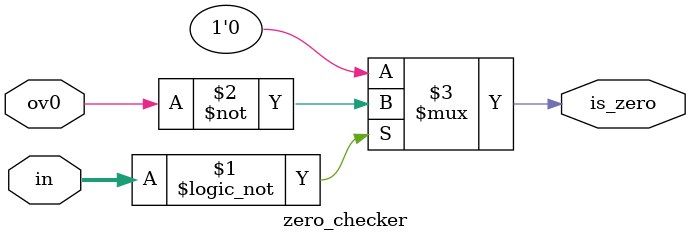
<source format=v>
module zero_checker #(parameter N=16) (input [N-1:0] in,input ov0,output is_zero);
    assign is_zero = (in == 0) ? ~ov0 : 1'b0;
endmodule
</source>
